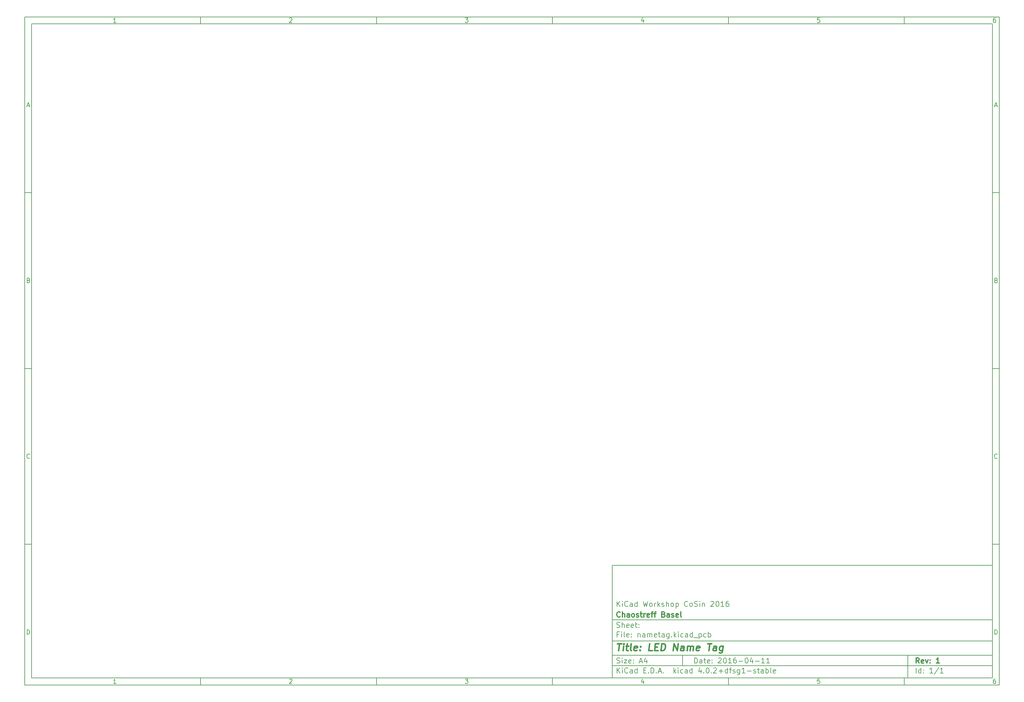
<source format=gbr>
G04 #@! TF.FileFunction,Drawing*
%FSLAX46Y46*%
G04 Gerber Fmt 4.6, Leading zero omitted, Abs format (unit mm)*
G04 Created by KiCad (PCBNEW 4.0.2+dfsg1-stable) date Fri 10 Jun 2016 09:08:50 CEST*
%MOMM*%
G01*
G04 APERTURE LIST*
%ADD10C,0.100000*%
%ADD11C,0.150000*%
%ADD12C,0.300000*%
%ADD13C,0.400000*%
G04 APERTURE END LIST*
D10*
D11*
X177002200Y-166007200D02*
X177002200Y-198007200D01*
X285002200Y-198007200D01*
X285002200Y-166007200D01*
X177002200Y-166007200D01*
D10*
D11*
X10000000Y-10000000D02*
X10000000Y-200007200D01*
X287002200Y-200007200D01*
X287002200Y-10000000D01*
X10000000Y-10000000D01*
D10*
D11*
X12000000Y-12000000D02*
X12000000Y-198007200D01*
X285002200Y-198007200D01*
X285002200Y-12000000D01*
X12000000Y-12000000D01*
D10*
D11*
X60000000Y-12000000D02*
X60000000Y-10000000D01*
D10*
D11*
X110000000Y-12000000D02*
X110000000Y-10000000D01*
D10*
D11*
X160000000Y-12000000D02*
X160000000Y-10000000D01*
D10*
D11*
X210000000Y-12000000D02*
X210000000Y-10000000D01*
D10*
D11*
X260000000Y-12000000D02*
X260000000Y-10000000D01*
D10*
D11*
X35990476Y-11588095D02*
X35247619Y-11588095D01*
X35619048Y-11588095D02*
X35619048Y-10288095D01*
X35495238Y-10473810D01*
X35371429Y-10597619D01*
X35247619Y-10659524D01*
D10*
D11*
X85247619Y-10411905D02*
X85309524Y-10350000D01*
X85433333Y-10288095D01*
X85742857Y-10288095D01*
X85866667Y-10350000D01*
X85928571Y-10411905D01*
X85990476Y-10535714D01*
X85990476Y-10659524D01*
X85928571Y-10845238D01*
X85185714Y-11588095D01*
X85990476Y-11588095D01*
D10*
D11*
X135185714Y-10288095D02*
X135990476Y-10288095D01*
X135557143Y-10783333D01*
X135742857Y-10783333D01*
X135866667Y-10845238D01*
X135928571Y-10907143D01*
X135990476Y-11030952D01*
X135990476Y-11340476D01*
X135928571Y-11464286D01*
X135866667Y-11526190D01*
X135742857Y-11588095D01*
X135371429Y-11588095D01*
X135247619Y-11526190D01*
X135185714Y-11464286D01*
D10*
D11*
X185866667Y-10721429D02*
X185866667Y-11588095D01*
X185557143Y-10226190D02*
X185247619Y-11154762D01*
X186052381Y-11154762D01*
D10*
D11*
X235928571Y-10288095D02*
X235309524Y-10288095D01*
X235247619Y-10907143D01*
X235309524Y-10845238D01*
X235433333Y-10783333D01*
X235742857Y-10783333D01*
X235866667Y-10845238D01*
X235928571Y-10907143D01*
X235990476Y-11030952D01*
X235990476Y-11340476D01*
X235928571Y-11464286D01*
X235866667Y-11526190D01*
X235742857Y-11588095D01*
X235433333Y-11588095D01*
X235309524Y-11526190D01*
X235247619Y-11464286D01*
D10*
D11*
X285866667Y-10288095D02*
X285619048Y-10288095D01*
X285495238Y-10350000D01*
X285433333Y-10411905D01*
X285309524Y-10597619D01*
X285247619Y-10845238D01*
X285247619Y-11340476D01*
X285309524Y-11464286D01*
X285371429Y-11526190D01*
X285495238Y-11588095D01*
X285742857Y-11588095D01*
X285866667Y-11526190D01*
X285928571Y-11464286D01*
X285990476Y-11340476D01*
X285990476Y-11030952D01*
X285928571Y-10907143D01*
X285866667Y-10845238D01*
X285742857Y-10783333D01*
X285495238Y-10783333D01*
X285371429Y-10845238D01*
X285309524Y-10907143D01*
X285247619Y-11030952D01*
D10*
D11*
X60000000Y-198007200D02*
X60000000Y-200007200D01*
D10*
D11*
X110000000Y-198007200D02*
X110000000Y-200007200D01*
D10*
D11*
X160000000Y-198007200D02*
X160000000Y-200007200D01*
D10*
D11*
X210000000Y-198007200D02*
X210000000Y-200007200D01*
D10*
D11*
X260000000Y-198007200D02*
X260000000Y-200007200D01*
D10*
D11*
X35990476Y-199595295D02*
X35247619Y-199595295D01*
X35619048Y-199595295D02*
X35619048Y-198295295D01*
X35495238Y-198481010D01*
X35371429Y-198604819D01*
X35247619Y-198666724D01*
D10*
D11*
X85247619Y-198419105D02*
X85309524Y-198357200D01*
X85433333Y-198295295D01*
X85742857Y-198295295D01*
X85866667Y-198357200D01*
X85928571Y-198419105D01*
X85990476Y-198542914D01*
X85990476Y-198666724D01*
X85928571Y-198852438D01*
X85185714Y-199595295D01*
X85990476Y-199595295D01*
D10*
D11*
X135185714Y-198295295D02*
X135990476Y-198295295D01*
X135557143Y-198790533D01*
X135742857Y-198790533D01*
X135866667Y-198852438D01*
X135928571Y-198914343D01*
X135990476Y-199038152D01*
X135990476Y-199347676D01*
X135928571Y-199471486D01*
X135866667Y-199533390D01*
X135742857Y-199595295D01*
X135371429Y-199595295D01*
X135247619Y-199533390D01*
X135185714Y-199471486D01*
D10*
D11*
X185866667Y-198728629D02*
X185866667Y-199595295D01*
X185557143Y-198233390D02*
X185247619Y-199161962D01*
X186052381Y-199161962D01*
D10*
D11*
X235928571Y-198295295D02*
X235309524Y-198295295D01*
X235247619Y-198914343D01*
X235309524Y-198852438D01*
X235433333Y-198790533D01*
X235742857Y-198790533D01*
X235866667Y-198852438D01*
X235928571Y-198914343D01*
X235990476Y-199038152D01*
X235990476Y-199347676D01*
X235928571Y-199471486D01*
X235866667Y-199533390D01*
X235742857Y-199595295D01*
X235433333Y-199595295D01*
X235309524Y-199533390D01*
X235247619Y-199471486D01*
D10*
D11*
X285866667Y-198295295D02*
X285619048Y-198295295D01*
X285495238Y-198357200D01*
X285433333Y-198419105D01*
X285309524Y-198604819D01*
X285247619Y-198852438D01*
X285247619Y-199347676D01*
X285309524Y-199471486D01*
X285371429Y-199533390D01*
X285495238Y-199595295D01*
X285742857Y-199595295D01*
X285866667Y-199533390D01*
X285928571Y-199471486D01*
X285990476Y-199347676D01*
X285990476Y-199038152D01*
X285928571Y-198914343D01*
X285866667Y-198852438D01*
X285742857Y-198790533D01*
X285495238Y-198790533D01*
X285371429Y-198852438D01*
X285309524Y-198914343D01*
X285247619Y-199038152D01*
D10*
D11*
X10000000Y-60000000D02*
X12000000Y-60000000D01*
D10*
D11*
X10000000Y-110000000D02*
X12000000Y-110000000D01*
D10*
D11*
X10000000Y-160000000D02*
X12000000Y-160000000D01*
D10*
D11*
X10690476Y-35216667D02*
X11309524Y-35216667D01*
X10566667Y-35588095D02*
X11000000Y-34288095D01*
X11433333Y-35588095D01*
D10*
D11*
X11092857Y-84907143D02*
X11278571Y-84969048D01*
X11340476Y-85030952D01*
X11402381Y-85154762D01*
X11402381Y-85340476D01*
X11340476Y-85464286D01*
X11278571Y-85526190D01*
X11154762Y-85588095D01*
X10659524Y-85588095D01*
X10659524Y-84288095D01*
X11092857Y-84288095D01*
X11216667Y-84350000D01*
X11278571Y-84411905D01*
X11340476Y-84535714D01*
X11340476Y-84659524D01*
X11278571Y-84783333D01*
X11216667Y-84845238D01*
X11092857Y-84907143D01*
X10659524Y-84907143D01*
D10*
D11*
X11402381Y-135464286D02*
X11340476Y-135526190D01*
X11154762Y-135588095D01*
X11030952Y-135588095D01*
X10845238Y-135526190D01*
X10721429Y-135402381D01*
X10659524Y-135278571D01*
X10597619Y-135030952D01*
X10597619Y-134845238D01*
X10659524Y-134597619D01*
X10721429Y-134473810D01*
X10845238Y-134350000D01*
X11030952Y-134288095D01*
X11154762Y-134288095D01*
X11340476Y-134350000D01*
X11402381Y-134411905D01*
D10*
D11*
X10659524Y-185588095D02*
X10659524Y-184288095D01*
X10969048Y-184288095D01*
X11154762Y-184350000D01*
X11278571Y-184473810D01*
X11340476Y-184597619D01*
X11402381Y-184845238D01*
X11402381Y-185030952D01*
X11340476Y-185278571D01*
X11278571Y-185402381D01*
X11154762Y-185526190D01*
X10969048Y-185588095D01*
X10659524Y-185588095D01*
D10*
D11*
X287002200Y-60000000D02*
X285002200Y-60000000D01*
D10*
D11*
X287002200Y-110000000D02*
X285002200Y-110000000D01*
D10*
D11*
X287002200Y-160000000D02*
X285002200Y-160000000D01*
D10*
D11*
X285692676Y-35216667D02*
X286311724Y-35216667D01*
X285568867Y-35588095D02*
X286002200Y-34288095D01*
X286435533Y-35588095D01*
D10*
D11*
X286095057Y-84907143D02*
X286280771Y-84969048D01*
X286342676Y-85030952D01*
X286404581Y-85154762D01*
X286404581Y-85340476D01*
X286342676Y-85464286D01*
X286280771Y-85526190D01*
X286156962Y-85588095D01*
X285661724Y-85588095D01*
X285661724Y-84288095D01*
X286095057Y-84288095D01*
X286218867Y-84350000D01*
X286280771Y-84411905D01*
X286342676Y-84535714D01*
X286342676Y-84659524D01*
X286280771Y-84783333D01*
X286218867Y-84845238D01*
X286095057Y-84907143D01*
X285661724Y-84907143D01*
D10*
D11*
X286404581Y-135464286D02*
X286342676Y-135526190D01*
X286156962Y-135588095D01*
X286033152Y-135588095D01*
X285847438Y-135526190D01*
X285723629Y-135402381D01*
X285661724Y-135278571D01*
X285599819Y-135030952D01*
X285599819Y-134845238D01*
X285661724Y-134597619D01*
X285723629Y-134473810D01*
X285847438Y-134350000D01*
X286033152Y-134288095D01*
X286156962Y-134288095D01*
X286342676Y-134350000D01*
X286404581Y-134411905D01*
D10*
D11*
X285661724Y-185588095D02*
X285661724Y-184288095D01*
X285971248Y-184288095D01*
X286156962Y-184350000D01*
X286280771Y-184473810D01*
X286342676Y-184597619D01*
X286404581Y-184845238D01*
X286404581Y-185030952D01*
X286342676Y-185278571D01*
X286280771Y-185402381D01*
X286156962Y-185526190D01*
X285971248Y-185588095D01*
X285661724Y-185588095D01*
D10*
D11*
X200359343Y-193785771D02*
X200359343Y-192285771D01*
X200716486Y-192285771D01*
X200930771Y-192357200D01*
X201073629Y-192500057D01*
X201145057Y-192642914D01*
X201216486Y-192928629D01*
X201216486Y-193142914D01*
X201145057Y-193428629D01*
X201073629Y-193571486D01*
X200930771Y-193714343D01*
X200716486Y-193785771D01*
X200359343Y-193785771D01*
X202502200Y-193785771D02*
X202502200Y-193000057D01*
X202430771Y-192857200D01*
X202287914Y-192785771D01*
X202002200Y-192785771D01*
X201859343Y-192857200D01*
X202502200Y-193714343D02*
X202359343Y-193785771D01*
X202002200Y-193785771D01*
X201859343Y-193714343D01*
X201787914Y-193571486D01*
X201787914Y-193428629D01*
X201859343Y-193285771D01*
X202002200Y-193214343D01*
X202359343Y-193214343D01*
X202502200Y-193142914D01*
X203002200Y-192785771D02*
X203573629Y-192785771D01*
X203216486Y-192285771D02*
X203216486Y-193571486D01*
X203287914Y-193714343D01*
X203430772Y-193785771D01*
X203573629Y-193785771D01*
X204645057Y-193714343D02*
X204502200Y-193785771D01*
X204216486Y-193785771D01*
X204073629Y-193714343D01*
X204002200Y-193571486D01*
X204002200Y-193000057D01*
X204073629Y-192857200D01*
X204216486Y-192785771D01*
X204502200Y-192785771D01*
X204645057Y-192857200D01*
X204716486Y-193000057D01*
X204716486Y-193142914D01*
X204002200Y-193285771D01*
X205359343Y-193642914D02*
X205430771Y-193714343D01*
X205359343Y-193785771D01*
X205287914Y-193714343D01*
X205359343Y-193642914D01*
X205359343Y-193785771D01*
X205359343Y-192857200D02*
X205430771Y-192928629D01*
X205359343Y-193000057D01*
X205287914Y-192928629D01*
X205359343Y-192857200D01*
X205359343Y-193000057D01*
X207145057Y-192428629D02*
X207216486Y-192357200D01*
X207359343Y-192285771D01*
X207716486Y-192285771D01*
X207859343Y-192357200D01*
X207930772Y-192428629D01*
X208002200Y-192571486D01*
X208002200Y-192714343D01*
X207930772Y-192928629D01*
X207073629Y-193785771D01*
X208002200Y-193785771D01*
X208930771Y-192285771D02*
X209073628Y-192285771D01*
X209216485Y-192357200D01*
X209287914Y-192428629D01*
X209359343Y-192571486D01*
X209430771Y-192857200D01*
X209430771Y-193214343D01*
X209359343Y-193500057D01*
X209287914Y-193642914D01*
X209216485Y-193714343D01*
X209073628Y-193785771D01*
X208930771Y-193785771D01*
X208787914Y-193714343D01*
X208716485Y-193642914D01*
X208645057Y-193500057D01*
X208573628Y-193214343D01*
X208573628Y-192857200D01*
X208645057Y-192571486D01*
X208716485Y-192428629D01*
X208787914Y-192357200D01*
X208930771Y-192285771D01*
X210859342Y-193785771D02*
X210002199Y-193785771D01*
X210430771Y-193785771D02*
X210430771Y-192285771D01*
X210287914Y-192500057D01*
X210145056Y-192642914D01*
X210002199Y-192714343D01*
X212145056Y-192285771D02*
X211859342Y-192285771D01*
X211716485Y-192357200D01*
X211645056Y-192428629D01*
X211502199Y-192642914D01*
X211430770Y-192928629D01*
X211430770Y-193500057D01*
X211502199Y-193642914D01*
X211573627Y-193714343D01*
X211716485Y-193785771D01*
X212002199Y-193785771D01*
X212145056Y-193714343D01*
X212216485Y-193642914D01*
X212287913Y-193500057D01*
X212287913Y-193142914D01*
X212216485Y-193000057D01*
X212145056Y-192928629D01*
X212002199Y-192857200D01*
X211716485Y-192857200D01*
X211573627Y-192928629D01*
X211502199Y-193000057D01*
X211430770Y-193142914D01*
X212930770Y-193214343D02*
X214073627Y-193214343D01*
X215073627Y-192285771D02*
X215216484Y-192285771D01*
X215359341Y-192357200D01*
X215430770Y-192428629D01*
X215502199Y-192571486D01*
X215573627Y-192857200D01*
X215573627Y-193214343D01*
X215502199Y-193500057D01*
X215430770Y-193642914D01*
X215359341Y-193714343D01*
X215216484Y-193785771D01*
X215073627Y-193785771D01*
X214930770Y-193714343D01*
X214859341Y-193642914D01*
X214787913Y-193500057D01*
X214716484Y-193214343D01*
X214716484Y-192857200D01*
X214787913Y-192571486D01*
X214859341Y-192428629D01*
X214930770Y-192357200D01*
X215073627Y-192285771D01*
X216859341Y-192785771D02*
X216859341Y-193785771D01*
X216502198Y-192214343D02*
X216145055Y-193285771D01*
X217073627Y-193285771D01*
X217645055Y-193214343D02*
X218787912Y-193214343D01*
X220287912Y-193785771D02*
X219430769Y-193785771D01*
X219859341Y-193785771D02*
X219859341Y-192285771D01*
X219716484Y-192500057D01*
X219573626Y-192642914D01*
X219430769Y-192714343D01*
X221716483Y-193785771D02*
X220859340Y-193785771D01*
X221287912Y-193785771D02*
X221287912Y-192285771D01*
X221145055Y-192500057D01*
X221002197Y-192642914D01*
X220859340Y-192714343D01*
D10*
D11*
X177002200Y-194507200D02*
X285002200Y-194507200D01*
D10*
D11*
X178359343Y-196585771D02*
X178359343Y-195085771D01*
X179216486Y-196585771D02*
X178573629Y-195728629D01*
X179216486Y-195085771D02*
X178359343Y-195942914D01*
X179859343Y-196585771D02*
X179859343Y-195585771D01*
X179859343Y-195085771D02*
X179787914Y-195157200D01*
X179859343Y-195228629D01*
X179930771Y-195157200D01*
X179859343Y-195085771D01*
X179859343Y-195228629D01*
X181430772Y-196442914D02*
X181359343Y-196514343D01*
X181145057Y-196585771D01*
X181002200Y-196585771D01*
X180787915Y-196514343D01*
X180645057Y-196371486D01*
X180573629Y-196228629D01*
X180502200Y-195942914D01*
X180502200Y-195728629D01*
X180573629Y-195442914D01*
X180645057Y-195300057D01*
X180787915Y-195157200D01*
X181002200Y-195085771D01*
X181145057Y-195085771D01*
X181359343Y-195157200D01*
X181430772Y-195228629D01*
X182716486Y-196585771D02*
X182716486Y-195800057D01*
X182645057Y-195657200D01*
X182502200Y-195585771D01*
X182216486Y-195585771D01*
X182073629Y-195657200D01*
X182716486Y-196514343D02*
X182573629Y-196585771D01*
X182216486Y-196585771D01*
X182073629Y-196514343D01*
X182002200Y-196371486D01*
X182002200Y-196228629D01*
X182073629Y-196085771D01*
X182216486Y-196014343D01*
X182573629Y-196014343D01*
X182716486Y-195942914D01*
X184073629Y-196585771D02*
X184073629Y-195085771D01*
X184073629Y-196514343D02*
X183930772Y-196585771D01*
X183645058Y-196585771D01*
X183502200Y-196514343D01*
X183430772Y-196442914D01*
X183359343Y-196300057D01*
X183359343Y-195871486D01*
X183430772Y-195728629D01*
X183502200Y-195657200D01*
X183645058Y-195585771D01*
X183930772Y-195585771D01*
X184073629Y-195657200D01*
X185930772Y-195800057D02*
X186430772Y-195800057D01*
X186645058Y-196585771D02*
X185930772Y-196585771D01*
X185930772Y-195085771D01*
X186645058Y-195085771D01*
X187287915Y-196442914D02*
X187359343Y-196514343D01*
X187287915Y-196585771D01*
X187216486Y-196514343D01*
X187287915Y-196442914D01*
X187287915Y-196585771D01*
X188002201Y-196585771D02*
X188002201Y-195085771D01*
X188359344Y-195085771D01*
X188573629Y-195157200D01*
X188716487Y-195300057D01*
X188787915Y-195442914D01*
X188859344Y-195728629D01*
X188859344Y-195942914D01*
X188787915Y-196228629D01*
X188716487Y-196371486D01*
X188573629Y-196514343D01*
X188359344Y-196585771D01*
X188002201Y-196585771D01*
X189502201Y-196442914D02*
X189573629Y-196514343D01*
X189502201Y-196585771D01*
X189430772Y-196514343D01*
X189502201Y-196442914D01*
X189502201Y-196585771D01*
X190145058Y-196157200D02*
X190859344Y-196157200D01*
X190002201Y-196585771D02*
X190502201Y-195085771D01*
X191002201Y-196585771D01*
X191502201Y-196442914D02*
X191573629Y-196514343D01*
X191502201Y-196585771D01*
X191430772Y-196514343D01*
X191502201Y-196442914D01*
X191502201Y-196585771D01*
X194502201Y-196585771D02*
X194502201Y-195085771D01*
X194645058Y-196014343D02*
X195073629Y-196585771D01*
X195073629Y-195585771D02*
X194502201Y-196157200D01*
X195716487Y-196585771D02*
X195716487Y-195585771D01*
X195716487Y-195085771D02*
X195645058Y-195157200D01*
X195716487Y-195228629D01*
X195787915Y-195157200D01*
X195716487Y-195085771D01*
X195716487Y-195228629D01*
X197073630Y-196514343D02*
X196930773Y-196585771D01*
X196645059Y-196585771D01*
X196502201Y-196514343D01*
X196430773Y-196442914D01*
X196359344Y-196300057D01*
X196359344Y-195871486D01*
X196430773Y-195728629D01*
X196502201Y-195657200D01*
X196645059Y-195585771D01*
X196930773Y-195585771D01*
X197073630Y-195657200D01*
X198359344Y-196585771D02*
X198359344Y-195800057D01*
X198287915Y-195657200D01*
X198145058Y-195585771D01*
X197859344Y-195585771D01*
X197716487Y-195657200D01*
X198359344Y-196514343D02*
X198216487Y-196585771D01*
X197859344Y-196585771D01*
X197716487Y-196514343D01*
X197645058Y-196371486D01*
X197645058Y-196228629D01*
X197716487Y-196085771D01*
X197859344Y-196014343D01*
X198216487Y-196014343D01*
X198359344Y-195942914D01*
X199716487Y-196585771D02*
X199716487Y-195085771D01*
X199716487Y-196514343D02*
X199573630Y-196585771D01*
X199287916Y-196585771D01*
X199145058Y-196514343D01*
X199073630Y-196442914D01*
X199002201Y-196300057D01*
X199002201Y-195871486D01*
X199073630Y-195728629D01*
X199145058Y-195657200D01*
X199287916Y-195585771D01*
X199573630Y-195585771D01*
X199716487Y-195657200D01*
X202216487Y-195585771D02*
X202216487Y-196585771D01*
X201859344Y-195014343D02*
X201502201Y-196085771D01*
X202430773Y-196085771D01*
X203002201Y-196442914D02*
X203073629Y-196514343D01*
X203002201Y-196585771D01*
X202930772Y-196514343D01*
X203002201Y-196442914D01*
X203002201Y-196585771D01*
X204002201Y-195085771D02*
X204145058Y-195085771D01*
X204287915Y-195157200D01*
X204359344Y-195228629D01*
X204430773Y-195371486D01*
X204502201Y-195657200D01*
X204502201Y-196014343D01*
X204430773Y-196300057D01*
X204359344Y-196442914D01*
X204287915Y-196514343D01*
X204145058Y-196585771D01*
X204002201Y-196585771D01*
X203859344Y-196514343D01*
X203787915Y-196442914D01*
X203716487Y-196300057D01*
X203645058Y-196014343D01*
X203645058Y-195657200D01*
X203716487Y-195371486D01*
X203787915Y-195228629D01*
X203859344Y-195157200D01*
X204002201Y-195085771D01*
X205145058Y-196442914D02*
X205216486Y-196514343D01*
X205145058Y-196585771D01*
X205073629Y-196514343D01*
X205145058Y-196442914D01*
X205145058Y-196585771D01*
X205787915Y-195228629D02*
X205859344Y-195157200D01*
X206002201Y-195085771D01*
X206359344Y-195085771D01*
X206502201Y-195157200D01*
X206573630Y-195228629D01*
X206645058Y-195371486D01*
X206645058Y-195514343D01*
X206573630Y-195728629D01*
X205716487Y-196585771D01*
X206645058Y-196585771D01*
X207287915Y-196014343D02*
X208430772Y-196014343D01*
X207859343Y-196585771D02*
X207859343Y-195442914D01*
X209787915Y-196585771D02*
X209787915Y-195085771D01*
X209787915Y-196514343D02*
X209645058Y-196585771D01*
X209359344Y-196585771D01*
X209216486Y-196514343D01*
X209145058Y-196442914D01*
X209073629Y-196300057D01*
X209073629Y-195871486D01*
X209145058Y-195728629D01*
X209216486Y-195657200D01*
X209359344Y-195585771D01*
X209645058Y-195585771D01*
X209787915Y-195657200D01*
X210287915Y-195585771D02*
X210859344Y-195585771D01*
X210502201Y-196585771D02*
X210502201Y-195300057D01*
X210573629Y-195157200D01*
X210716487Y-195085771D01*
X210859344Y-195085771D01*
X211287915Y-196514343D02*
X211430772Y-196585771D01*
X211716487Y-196585771D01*
X211859344Y-196514343D01*
X211930772Y-196371486D01*
X211930772Y-196300057D01*
X211859344Y-196157200D01*
X211716487Y-196085771D01*
X211502201Y-196085771D01*
X211359344Y-196014343D01*
X211287915Y-195871486D01*
X211287915Y-195800057D01*
X211359344Y-195657200D01*
X211502201Y-195585771D01*
X211716487Y-195585771D01*
X211859344Y-195657200D01*
X213216487Y-195585771D02*
X213216487Y-196800057D01*
X213145058Y-196942914D01*
X213073630Y-197014343D01*
X212930773Y-197085771D01*
X212716487Y-197085771D01*
X212573630Y-197014343D01*
X213216487Y-196514343D02*
X213073630Y-196585771D01*
X212787916Y-196585771D01*
X212645058Y-196514343D01*
X212573630Y-196442914D01*
X212502201Y-196300057D01*
X212502201Y-195871486D01*
X212573630Y-195728629D01*
X212645058Y-195657200D01*
X212787916Y-195585771D01*
X213073630Y-195585771D01*
X213216487Y-195657200D01*
X214716487Y-196585771D02*
X213859344Y-196585771D01*
X214287916Y-196585771D02*
X214287916Y-195085771D01*
X214145059Y-195300057D01*
X214002201Y-195442914D01*
X213859344Y-195514343D01*
X215359344Y-196014343D02*
X216502201Y-196014343D01*
X217145058Y-196514343D02*
X217287915Y-196585771D01*
X217573630Y-196585771D01*
X217716487Y-196514343D01*
X217787915Y-196371486D01*
X217787915Y-196300057D01*
X217716487Y-196157200D01*
X217573630Y-196085771D01*
X217359344Y-196085771D01*
X217216487Y-196014343D01*
X217145058Y-195871486D01*
X217145058Y-195800057D01*
X217216487Y-195657200D01*
X217359344Y-195585771D01*
X217573630Y-195585771D01*
X217716487Y-195657200D01*
X218216487Y-195585771D02*
X218787916Y-195585771D01*
X218430773Y-195085771D02*
X218430773Y-196371486D01*
X218502201Y-196514343D01*
X218645059Y-196585771D01*
X218787916Y-196585771D01*
X219930773Y-196585771D02*
X219930773Y-195800057D01*
X219859344Y-195657200D01*
X219716487Y-195585771D01*
X219430773Y-195585771D01*
X219287916Y-195657200D01*
X219930773Y-196514343D02*
X219787916Y-196585771D01*
X219430773Y-196585771D01*
X219287916Y-196514343D01*
X219216487Y-196371486D01*
X219216487Y-196228629D01*
X219287916Y-196085771D01*
X219430773Y-196014343D01*
X219787916Y-196014343D01*
X219930773Y-195942914D01*
X220645059Y-196585771D02*
X220645059Y-195085771D01*
X220645059Y-195657200D02*
X220787916Y-195585771D01*
X221073630Y-195585771D01*
X221216487Y-195657200D01*
X221287916Y-195728629D01*
X221359345Y-195871486D01*
X221359345Y-196300057D01*
X221287916Y-196442914D01*
X221216487Y-196514343D01*
X221073630Y-196585771D01*
X220787916Y-196585771D01*
X220645059Y-196514343D01*
X222216488Y-196585771D02*
X222073630Y-196514343D01*
X222002202Y-196371486D01*
X222002202Y-195085771D01*
X223359344Y-196514343D02*
X223216487Y-196585771D01*
X222930773Y-196585771D01*
X222787916Y-196514343D01*
X222716487Y-196371486D01*
X222716487Y-195800057D01*
X222787916Y-195657200D01*
X222930773Y-195585771D01*
X223216487Y-195585771D01*
X223359344Y-195657200D01*
X223430773Y-195800057D01*
X223430773Y-195942914D01*
X222716487Y-196085771D01*
D10*
D11*
X177002200Y-191507200D02*
X285002200Y-191507200D01*
D10*
D12*
X264216486Y-193785771D02*
X263716486Y-193071486D01*
X263359343Y-193785771D02*
X263359343Y-192285771D01*
X263930771Y-192285771D01*
X264073629Y-192357200D01*
X264145057Y-192428629D01*
X264216486Y-192571486D01*
X264216486Y-192785771D01*
X264145057Y-192928629D01*
X264073629Y-193000057D01*
X263930771Y-193071486D01*
X263359343Y-193071486D01*
X265430771Y-193714343D02*
X265287914Y-193785771D01*
X265002200Y-193785771D01*
X264859343Y-193714343D01*
X264787914Y-193571486D01*
X264787914Y-193000057D01*
X264859343Y-192857200D01*
X265002200Y-192785771D01*
X265287914Y-192785771D01*
X265430771Y-192857200D01*
X265502200Y-193000057D01*
X265502200Y-193142914D01*
X264787914Y-193285771D01*
X266002200Y-192785771D02*
X266359343Y-193785771D01*
X266716485Y-192785771D01*
X267287914Y-193642914D02*
X267359342Y-193714343D01*
X267287914Y-193785771D01*
X267216485Y-193714343D01*
X267287914Y-193642914D01*
X267287914Y-193785771D01*
X267287914Y-192857200D02*
X267359342Y-192928629D01*
X267287914Y-193000057D01*
X267216485Y-192928629D01*
X267287914Y-192857200D01*
X267287914Y-193000057D01*
X269930771Y-193785771D02*
X269073628Y-193785771D01*
X269502200Y-193785771D02*
X269502200Y-192285771D01*
X269359343Y-192500057D01*
X269216485Y-192642914D01*
X269073628Y-192714343D01*
D10*
D11*
X178287914Y-193714343D02*
X178502200Y-193785771D01*
X178859343Y-193785771D01*
X179002200Y-193714343D01*
X179073629Y-193642914D01*
X179145057Y-193500057D01*
X179145057Y-193357200D01*
X179073629Y-193214343D01*
X179002200Y-193142914D01*
X178859343Y-193071486D01*
X178573629Y-193000057D01*
X178430771Y-192928629D01*
X178359343Y-192857200D01*
X178287914Y-192714343D01*
X178287914Y-192571486D01*
X178359343Y-192428629D01*
X178430771Y-192357200D01*
X178573629Y-192285771D01*
X178930771Y-192285771D01*
X179145057Y-192357200D01*
X179787914Y-193785771D02*
X179787914Y-192785771D01*
X179787914Y-192285771D02*
X179716485Y-192357200D01*
X179787914Y-192428629D01*
X179859342Y-192357200D01*
X179787914Y-192285771D01*
X179787914Y-192428629D01*
X180359343Y-192785771D02*
X181145057Y-192785771D01*
X180359343Y-193785771D01*
X181145057Y-193785771D01*
X182287914Y-193714343D02*
X182145057Y-193785771D01*
X181859343Y-193785771D01*
X181716486Y-193714343D01*
X181645057Y-193571486D01*
X181645057Y-193000057D01*
X181716486Y-192857200D01*
X181859343Y-192785771D01*
X182145057Y-192785771D01*
X182287914Y-192857200D01*
X182359343Y-193000057D01*
X182359343Y-193142914D01*
X181645057Y-193285771D01*
X183002200Y-193642914D02*
X183073628Y-193714343D01*
X183002200Y-193785771D01*
X182930771Y-193714343D01*
X183002200Y-193642914D01*
X183002200Y-193785771D01*
X183002200Y-192857200D02*
X183073628Y-192928629D01*
X183002200Y-193000057D01*
X182930771Y-192928629D01*
X183002200Y-192857200D01*
X183002200Y-193000057D01*
X184787914Y-193357200D02*
X185502200Y-193357200D01*
X184645057Y-193785771D02*
X185145057Y-192285771D01*
X185645057Y-193785771D01*
X186787914Y-192785771D02*
X186787914Y-193785771D01*
X186430771Y-192214343D02*
X186073628Y-193285771D01*
X187002200Y-193285771D01*
D10*
D11*
X263359343Y-196585771D02*
X263359343Y-195085771D01*
X264716486Y-196585771D02*
X264716486Y-195085771D01*
X264716486Y-196514343D02*
X264573629Y-196585771D01*
X264287915Y-196585771D01*
X264145057Y-196514343D01*
X264073629Y-196442914D01*
X264002200Y-196300057D01*
X264002200Y-195871486D01*
X264073629Y-195728629D01*
X264145057Y-195657200D01*
X264287915Y-195585771D01*
X264573629Y-195585771D01*
X264716486Y-195657200D01*
X265430772Y-196442914D02*
X265502200Y-196514343D01*
X265430772Y-196585771D01*
X265359343Y-196514343D01*
X265430772Y-196442914D01*
X265430772Y-196585771D01*
X265430772Y-195657200D02*
X265502200Y-195728629D01*
X265430772Y-195800057D01*
X265359343Y-195728629D01*
X265430772Y-195657200D01*
X265430772Y-195800057D01*
X268073629Y-196585771D02*
X267216486Y-196585771D01*
X267645058Y-196585771D02*
X267645058Y-195085771D01*
X267502201Y-195300057D01*
X267359343Y-195442914D01*
X267216486Y-195514343D01*
X269787914Y-195014343D02*
X268502200Y-196942914D01*
X271073629Y-196585771D02*
X270216486Y-196585771D01*
X270645058Y-196585771D02*
X270645058Y-195085771D01*
X270502201Y-195300057D01*
X270359343Y-195442914D01*
X270216486Y-195514343D01*
D10*
D11*
X177002200Y-187507200D02*
X285002200Y-187507200D01*
D10*
D13*
X178454581Y-188211962D02*
X179597438Y-188211962D01*
X178776010Y-190211962D02*
X179026010Y-188211962D01*
X180014105Y-190211962D02*
X180180771Y-188878629D01*
X180264105Y-188211962D02*
X180156962Y-188307200D01*
X180240295Y-188402438D01*
X180347439Y-188307200D01*
X180264105Y-188211962D01*
X180240295Y-188402438D01*
X180847438Y-188878629D02*
X181609343Y-188878629D01*
X181216486Y-188211962D02*
X181002200Y-189926248D01*
X181073630Y-190116724D01*
X181252201Y-190211962D01*
X181442677Y-190211962D01*
X182395058Y-190211962D02*
X182216487Y-190116724D01*
X182145057Y-189926248D01*
X182359343Y-188211962D01*
X183930772Y-190116724D02*
X183728391Y-190211962D01*
X183347439Y-190211962D01*
X183168867Y-190116724D01*
X183097438Y-189926248D01*
X183192676Y-189164343D01*
X183311724Y-188973867D01*
X183514105Y-188878629D01*
X183895057Y-188878629D01*
X184073629Y-188973867D01*
X184145057Y-189164343D01*
X184121248Y-189354819D01*
X183145057Y-189545295D01*
X184895057Y-190021486D02*
X184978392Y-190116724D01*
X184871248Y-190211962D01*
X184787915Y-190116724D01*
X184895057Y-190021486D01*
X184871248Y-190211962D01*
X185026010Y-188973867D02*
X185109344Y-189069105D01*
X185002200Y-189164343D01*
X184918867Y-189069105D01*
X185026010Y-188973867D01*
X185002200Y-189164343D01*
X188299820Y-190211962D02*
X187347439Y-190211962D01*
X187597439Y-188211962D01*
X189097439Y-189164343D02*
X189764106Y-189164343D01*
X189918868Y-190211962D02*
X188966487Y-190211962D01*
X189216487Y-188211962D01*
X190168868Y-188211962D01*
X190776011Y-190211962D02*
X191026011Y-188211962D01*
X191502202Y-188211962D01*
X191776011Y-188307200D01*
X191942678Y-188497676D01*
X192014107Y-188688152D01*
X192061726Y-189069105D01*
X192026012Y-189354819D01*
X191883155Y-189735771D01*
X191764106Y-189926248D01*
X191549821Y-190116724D01*
X191252202Y-190211962D01*
X190776011Y-190211962D01*
X194299821Y-190211962D02*
X194549821Y-188211962D01*
X195442679Y-190211962D01*
X195692679Y-188211962D01*
X197252202Y-190211962D02*
X197383154Y-189164343D01*
X197311726Y-188973867D01*
X197133154Y-188878629D01*
X196752202Y-188878629D01*
X196549821Y-188973867D01*
X197264107Y-190116724D02*
X197061726Y-190211962D01*
X196585536Y-190211962D01*
X196406964Y-190116724D01*
X196335535Y-189926248D01*
X196359345Y-189735771D01*
X196478392Y-189545295D01*
X196680774Y-189450057D01*
X197156964Y-189450057D01*
X197359345Y-189354819D01*
X198204583Y-190211962D02*
X198371249Y-188878629D01*
X198347440Y-189069105D02*
X198454584Y-188973867D01*
X198656964Y-188878629D01*
X198942678Y-188878629D01*
X199121250Y-188973867D01*
X199192678Y-189164343D01*
X199061726Y-190211962D01*
X199192678Y-189164343D02*
X199311726Y-188973867D01*
X199514107Y-188878629D01*
X199799821Y-188878629D01*
X199978393Y-188973867D01*
X200049821Y-189164343D01*
X199918869Y-190211962D01*
X201645060Y-190116724D02*
X201442679Y-190211962D01*
X201061727Y-190211962D01*
X200883155Y-190116724D01*
X200811726Y-189926248D01*
X200906964Y-189164343D01*
X201026012Y-188973867D01*
X201228393Y-188878629D01*
X201609345Y-188878629D01*
X201787917Y-188973867D01*
X201859345Y-189164343D01*
X201835536Y-189354819D01*
X200859345Y-189545295D01*
X204073632Y-188211962D02*
X205216489Y-188211962D01*
X204395061Y-190211962D02*
X204645061Y-188211962D01*
X206490299Y-190211962D02*
X206621251Y-189164343D01*
X206549823Y-188973867D01*
X206371251Y-188878629D01*
X205990299Y-188878629D01*
X205787918Y-188973867D01*
X206502204Y-190116724D02*
X206299823Y-190211962D01*
X205823633Y-190211962D01*
X205645061Y-190116724D01*
X205573632Y-189926248D01*
X205597442Y-189735771D01*
X205716489Y-189545295D01*
X205918871Y-189450057D01*
X206395061Y-189450057D01*
X206597442Y-189354819D01*
X208466489Y-188878629D02*
X208264108Y-190497676D01*
X208145061Y-190688152D01*
X208037918Y-190783390D01*
X207835537Y-190878629D01*
X207549823Y-190878629D01*
X207371251Y-190783390D01*
X208311728Y-190116724D02*
X208109347Y-190211962D01*
X207728395Y-190211962D01*
X207549824Y-190116724D01*
X207466489Y-190021486D01*
X207395061Y-189831010D01*
X207466489Y-189259581D01*
X207585537Y-189069105D01*
X207692681Y-188973867D01*
X207895061Y-188878629D01*
X208276013Y-188878629D01*
X208454585Y-188973867D01*
D10*
D11*
X178859343Y-185600057D02*
X178359343Y-185600057D01*
X178359343Y-186385771D02*
X178359343Y-184885771D01*
X179073629Y-184885771D01*
X179645057Y-186385771D02*
X179645057Y-185385771D01*
X179645057Y-184885771D02*
X179573628Y-184957200D01*
X179645057Y-185028629D01*
X179716485Y-184957200D01*
X179645057Y-184885771D01*
X179645057Y-185028629D01*
X180573629Y-186385771D02*
X180430771Y-186314343D01*
X180359343Y-186171486D01*
X180359343Y-184885771D01*
X181716485Y-186314343D02*
X181573628Y-186385771D01*
X181287914Y-186385771D01*
X181145057Y-186314343D01*
X181073628Y-186171486D01*
X181073628Y-185600057D01*
X181145057Y-185457200D01*
X181287914Y-185385771D01*
X181573628Y-185385771D01*
X181716485Y-185457200D01*
X181787914Y-185600057D01*
X181787914Y-185742914D01*
X181073628Y-185885771D01*
X182430771Y-186242914D02*
X182502199Y-186314343D01*
X182430771Y-186385771D01*
X182359342Y-186314343D01*
X182430771Y-186242914D01*
X182430771Y-186385771D01*
X182430771Y-185457200D02*
X182502199Y-185528629D01*
X182430771Y-185600057D01*
X182359342Y-185528629D01*
X182430771Y-185457200D01*
X182430771Y-185600057D01*
X184287914Y-185385771D02*
X184287914Y-186385771D01*
X184287914Y-185528629D02*
X184359342Y-185457200D01*
X184502200Y-185385771D01*
X184716485Y-185385771D01*
X184859342Y-185457200D01*
X184930771Y-185600057D01*
X184930771Y-186385771D01*
X186287914Y-186385771D02*
X186287914Y-185600057D01*
X186216485Y-185457200D01*
X186073628Y-185385771D01*
X185787914Y-185385771D01*
X185645057Y-185457200D01*
X186287914Y-186314343D02*
X186145057Y-186385771D01*
X185787914Y-186385771D01*
X185645057Y-186314343D01*
X185573628Y-186171486D01*
X185573628Y-186028629D01*
X185645057Y-185885771D01*
X185787914Y-185814343D01*
X186145057Y-185814343D01*
X186287914Y-185742914D01*
X187002200Y-186385771D02*
X187002200Y-185385771D01*
X187002200Y-185528629D02*
X187073628Y-185457200D01*
X187216486Y-185385771D01*
X187430771Y-185385771D01*
X187573628Y-185457200D01*
X187645057Y-185600057D01*
X187645057Y-186385771D01*
X187645057Y-185600057D02*
X187716486Y-185457200D01*
X187859343Y-185385771D01*
X188073628Y-185385771D01*
X188216486Y-185457200D01*
X188287914Y-185600057D01*
X188287914Y-186385771D01*
X189573628Y-186314343D02*
X189430771Y-186385771D01*
X189145057Y-186385771D01*
X189002200Y-186314343D01*
X188930771Y-186171486D01*
X188930771Y-185600057D01*
X189002200Y-185457200D01*
X189145057Y-185385771D01*
X189430771Y-185385771D01*
X189573628Y-185457200D01*
X189645057Y-185600057D01*
X189645057Y-185742914D01*
X188930771Y-185885771D01*
X190073628Y-185385771D02*
X190645057Y-185385771D01*
X190287914Y-184885771D02*
X190287914Y-186171486D01*
X190359342Y-186314343D01*
X190502200Y-186385771D01*
X190645057Y-186385771D01*
X191787914Y-186385771D02*
X191787914Y-185600057D01*
X191716485Y-185457200D01*
X191573628Y-185385771D01*
X191287914Y-185385771D01*
X191145057Y-185457200D01*
X191787914Y-186314343D02*
X191645057Y-186385771D01*
X191287914Y-186385771D01*
X191145057Y-186314343D01*
X191073628Y-186171486D01*
X191073628Y-186028629D01*
X191145057Y-185885771D01*
X191287914Y-185814343D01*
X191645057Y-185814343D01*
X191787914Y-185742914D01*
X193145057Y-185385771D02*
X193145057Y-186600057D01*
X193073628Y-186742914D01*
X193002200Y-186814343D01*
X192859343Y-186885771D01*
X192645057Y-186885771D01*
X192502200Y-186814343D01*
X193145057Y-186314343D02*
X193002200Y-186385771D01*
X192716486Y-186385771D01*
X192573628Y-186314343D01*
X192502200Y-186242914D01*
X192430771Y-186100057D01*
X192430771Y-185671486D01*
X192502200Y-185528629D01*
X192573628Y-185457200D01*
X192716486Y-185385771D01*
X193002200Y-185385771D01*
X193145057Y-185457200D01*
X193859343Y-186242914D02*
X193930771Y-186314343D01*
X193859343Y-186385771D01*
X193787914Y-186314343D01*
X193859343Y-186242914D01*
X193859343Y-186385771D01*
X194573629Y-186385771D02*
X194573629Y-184885771D01*
X194716486Y-185814343D02*
X195145057Y-186385771D01*
X195145057Y-185385771D02*
X194573629Y-185957200D01*
X195787915Y-186385771D02*
X195787915Y-185385771D01*
X195787915Y-184885771D02*
X195716486Y-184957200D01*
X195787915Y-185028629D01*
X195859343Y-184957200D01*
X195787915Y-184885771D01*
X195787915Y-185028629D01*
X197145058Y-186314343D02*
X197002201Y-186385771D01*
X196716487Y-186385771D01*
X196573629Y-186314343D01*
X196502201Y-186242914D01*
X196430772Y-186100057D01*
X196430772Y-185671486D01*
X196502201Y-185528629D01*
X196573629Y-185457200D01*
X196716487Y-185385771D01*
X197002201Y-185385771D01*
X197145058Y-185457200D01*
X198430772Y-186385771D02*
X198430772Y-185600057D01*
X198359343Y-185457200D01*
X198216486Y-185385771D01*
X197930772Y-185385771D01*
X197787915Y-185457200D01*
X198430772Y-186314343D02*
X198287915Y-186385771D01*
X197930772Y-186385771D01*
X197787915Y-186314343D01*
X197716486Y-186171486D01*
X197716486Y-186028629D01*
X197787915Y-185885771D01*
X197930772Y-185814343D01*
X198287915Y-185814343D01*
X198430772Y-185742914D01*
X199787915Y-186385771D02*
X199787915Y-184885771D01*
X199787915Y-186314343D02*
X199645058Y-186385771D01*
X199359344Y-186385771D01*
X199216486Y-186314343D01*
X199145058Y-186242914D01*
X199073629Y-186100057D01*
X199073629Y-185671486D01*
X199145058Y-185528629D01*
X199216486Y-185457200D01*
X199359344Y-185385771D01*
X199645058Y-185385771D01*
X199787915Y-185457200D01*
X200145058Y-186528629D02*
X201287915Y-186528629D01*
X201645058Y-185385771D02*
X201645058Y-186885771D01*
X201645058Y-185457200D02*
X201787915Y-185385771D01*
X202073629Y-185385771D01*
X202216486Y-185457200D01*
X202287915Y-185528629D01*
X202359344Y-185671486D01*
X202359344Y-186100057D01*
X202287915Y-186242914D01*
X202216486Y-186314343D01*
X202073629Y-186385771D01*
X201787915Y-186385771D01*
X201645058Y-186314343D01*
X203645058Y-186314343D02*
X203502201Y-186385771D01*
X203216487Y-186385771D01*
X203073629Y-186314343D01*
X203002201Y-186242914D01*
X202930772Y-186100057D01*
X202930772Y-185671486D01*
X203002201Y-185528629D01*
X203073629Y-185457200D01*
X203216487Y-185385771D01*
X203502201Y-185385771D01*
X203645058Y-185457200D01*
X204287915Y-186385771D02*
X204287915Y-184885771D01*
X204287915Y-185457200D02*
X204430772Y-185385771D01*
X204716486Y-185385771D01*
X204859343Y-185457200D01*
X204930772Y-185528629D01*
X205002201Y-185671486D01*
X205002201Y-186100057D01*
X204930772Y-186242914D01*
X204859343Y-186314343D01*
X204716486Y-186385771D01*
X204430772Y-186385771D01*
X204287915Y-186314343D01*
D10*
D11*
X177002200Y-181507200D02*
X285002200Y-181507200D01*
D10*
D11*
X178287914Y-183614343D02*
X178502200Y-183685771D01*
X178859343Y-183685771D01*
X179002200Y-183614343D01*
X179073629Y-183542914D01*
X179145057Y-183400057D01*
X179145057Y-183257200D01*
X179073629Y-183114343D01*
X179002200Y-183042914D01*
X178859343Y-182971486D01*
X178573629Y-182900057D01*
X178430771Y-182828629D01*
X178359343Y-182757200D01*
X178287914Y-182614343D01*
X178287914Y-182471486D01*
X178359343Y-182328629D01*
X178430771Y-182257200D01*
X178573629Y-182185771D01*
X178930771Y-182185771D01*
X179145057Y-182257200D01*
X179787914Y-183685771D02*
X179787914Y-182185771D01*
X180430771Y-183685771D02*
X180430771Y-182900057D01*
X180359342Y-182757200D01*
X180216485Y-182685771D01*
X180002200Y-182685771D01*
X179859342Y-182757200D01*
X179787914Y-182828629D01*
X181716485Y-183614343D02*
X181573628Y-183685771D01*
X181287914Y-183685771D01*
X181145057Y-183614343D01*
X181073628Y-183471486D01*
X181073628Y-182900057D01*
X181145057Y-182757200D01*
X181287914Y-182685771D01*
X181573628Y-182685771D01*
X181716485Y-182757200D01*
X181787914Y-182900057D01*
X181787914Y-183042914D01*
X181073628Y-183185771D01*
X183002199Y-183614343D02*
X182859342Y-183685771D01*
X182573628Y-183685771D01*
X182430771Y-183614343D01*
X182359342Y-183471486D01*
X182359342Y-182900057D01*
X182430771Y-182757200D01*
X182573628Y-182685771D01*
X182859342Y-182685771D01*
X183002199Y-182757200D01*
X183073628Y-182900057D01*
X183073628Y-183042914D01*
X182359342Y-183185771D01*
X183502199Y-182685771D02*
X184073628Y-182685771D01*
X183716485Y-182185771D02*
X183716485Y-183471486D01*
X183787913Y-183614343D01*
X183930771Y-183685771D01*
X184073628Y-183685771D01*
X184573628Y-183542914D02*
X184645056Y-183614343D01*
X184573628Y-183685771D01*
X184502199Y-183614343D01*
X184573628Y-183542914D01*
X184573628Y-183685771D01*
X184573628Y-182757200D02*
X184645056Y-182828629D01*
X184573628Y-182900057D01*
X184502199Y-182828629D01*
X184573628Y-182757200D01*
X184573628Y-182900057D01*
D10*
D12*
X179216486Y-180542914D02*
X179145057Y-180614343D01*
X178930771Y-180685771D01*
X178787914Y-180685771D01*
X178573629Y-180614343D01*
X178430771Y-180471486D01*
X178359343Y-180328629D01*
X178287914Y-180042914D01*
X178287914Y-179828629D01*
X178359343Y-179542914D01*
X178430771Y-179400057D01*
X178573629Y-179257200D01*
X178787914Y-179185771D01*
X178930771Y-179185771D01*
X179145057Y-179257200D01*
X179216486Y-179328629D01*
X179859343Y-180685771D02*
X179859343Y-179185771D01*
X180502200Y-180685771D02*
X180502200Y-179900057D01*
X180430771Y-179757200D01*
X180287914Y-179685771D01*
X180073629Y-179685771D01*
X179930771Y-179757200D01*
X179859343Y-179828629D01*
X181859343Y-180685771D02*
X181859343Y-179900057D01*
X181787914Y-179757200D01*
X181645057Y-179685771D01*
X181359343Y-179685771D01*
X181216486Y-179757200D01*
X181859343Y-180614343D02*
X181716486Y-180685771D01*
X181359343Y-180685771D01*
X181216486Y-180614343D01*
X181145057Y-180471486D01*
X181145057Y-180328629D01*
X181216486Y-180185771D01*
X181359343Y-180114343D01*
X181716486Y-180114343D01*
X181859343Y-180042914D01*
X182787915Y-180685771D02*
X182645057Y-180614343D01*
X182573629Y-180542914D01*
X182502200Y-180400057D01*
X182502200Y-179971486D01*
X182573629Y-179828629D01*
X182645057Y-179757200D01*
X182787915Y-179685771D01*
X183002200Y-179685771D01*
X183145057Y-179757200D01*
X183216486Y-179828629D01*
X183287915Y-179971486D01*
X183287915Y-180400057D01*
X183216486Y-180542914D01*
X183145057Y-180614343D01*
X183002200Y-180685771D01*
X182787915Y-180685771D01*
X183859343Y-180614343D02*
X184002200Y-180685771D01*
X184287915Y-180685771D01*
X184430772Y-180614343D01*
X184502200Y-180471486D01*
X184502200Y-180400057D01*
X184430772Y-180257200D01*
X184287915Y-180185771D01*
X184073629Y-180185771D01*
X183930772Y-180114343D01*
X183859343Y-179971486D01*
X183859343Y-179900057D01*
X183930772Y-179757200D01*
X184073629Y-179685771D01*
X184287915Y-179685771D01*
X184430772Y-179757200D01*
X184930772Y-179685771D02*
X185502201Y-179685771D01*
X185145058Y-179185771D02*
X185145058Y-180471486D01*
X185216486Y-180614343D01*
X185359344Y-180685771D01*
X185502201Y-180685771D01*
X186002201Y-180685771D02*
X186002201Y-179685771D01*
X186002201Y-179971486D02*
X186073629Y-179828629D01*
X186145058Y-179757200D01*
X186287915Y-179685771D01*
X186430772Y-179685771D01*
X187502200Y-180614343D02*
X187359343Y-180685771D01*
X187073629Y-180685771D01*
X186930772Y-180614343D01*
X186859343Y-180471486D01*
X186859343Y-179900057D01*
X186930772Y-179757200D01*
X187073629Y-179685771D01*
X187359343Y-179685771D01*
X187502200Y-179757200D01*
X187573629Y-179900057D01*
X187573629Y-180042914D01*
X186859343Y-180185771D01*
X188002200Y-179685771D02*
X188573629Y-179685771D01*
X188216486Y-180685771D02*
X188216486Y-179400057D01*
X188287914Y-179257200D01*
X188430772Y-179185771D01*
X188573629Y-179185771D01*
X188859343Y-179685771D02*
X189430772Y-179685771D01*
X189073629Y-180685771D02*
X189073629Y-179400057D01*
X189145057Y-179257200D01*
X189287915Y-179185771D01*
X189430772Y-179185771D01*
X191573629Y-179900057D02*
X191787915Y-179971486D01*
X191859343Y-180042914D01*
X191930772Y-180185771D01*
X191930772Y-180400057D01*
X191859343Y-180542914D01*
X191787915Y-180614343D01*
X191645057Y-180685771D01*
X191073629Y-180685771D01*
X191073629Y-179185771D01*
X191573629Y-179185771D01*
X191716486Y-179257200D01*
X191787915Y-179328629D01*
X191859343Y-179471486D01*
X191859343Y-179614343D01*
X191787915Y-179757200D01*
X191716486Y-179828629D01*
X191573629Y-179900057D01*
X191073629Y-179900057D01*
X193216486Y-180685771D02*
X193216486Y-179900057D01*
X193145057Y-179757200D01*
X193002200Y-179685771D01*
X192716486Y-179685771D01*
X192573629Y-179757200D01*
X193216486Y-180614343D02*
X193073629Y-180685771D01*
X192716486Y-180685771D01*
X192573629Y-180614343D01*
X192502200Y-180471486D01*
X192502200Y-180328629D01*
X192573629Y-180185771D01*
X192716486Y-180114343D01*
X193073629Y-180114343D01*
X193216486Y-180042914D01*
X193859343Y-180614343D02*
X194002200Y-180685771D01*
X194287915Y-180685771D01*
X194430772Y-180614343D01*
X194502200Y-180471486D01*
X194502200Y-180400057D01*
X194430772Y-180257200D01*
X194287915Y-180185771D01*
X194073629Y-180185771D01*
X193930772Y-180114343D01*
X193859343Y-179971486D01*
X193859343Y-179900057D01*
X193930772Y-179757200D01*
X194073629Y-179685771D01*
X194287915Y-179685771D01*
X194430772Y-179757200D01*
X195716486Y-180614343D02*
X195573629Y-180685771D01*
X195287915Y-180685771D01*
X195145058Y-180614343D01*
X195073629Y-180471486D01*
X195073629Y-179900057D01*
X195145058Y-179757200D01*
X195287915Y-179685771D01*
X195573629Y-179685771D01*
X195716486Y-179757200D01*
X195787915Y-179900057D01*
X195787915Y-180042914D01*
X195073629Y-180185771D01*
X196645058Y-180685771D02*
X196502200Y-180614343D01*
X196430772Y-180471486D01*
X196430772Y-179185771D01*
D10*
D11*
X178359343Y-177685771D02*
X178359343Y-176185771D01*
X179216486Y-177685771D02*
X178573629Y-176828629D01*
X179216486Y-176185771D02*
X178359343Y-177042914D01*
X179859343Y-177685771D02*
X179859343Y-176685771D01*
X179859343Y-176185771D02*
X179787914Y-176257200D01*
X179859343Y-176328629D01*
X179930771Y-176257200D01*
X179859343Y-176185771D01*
X179859343Y-176328629D01*
X181430772Y-177542914D02*
X181359343Y-177614343D01*
X181145057Y-177685771D01*
X181002200Y-177685771D01*
X180787915Y-177614343D01*
X180645057Y-177471486D01*
X180573629Y-177328629D01*
X180502200Y-177042914D01*
X180502200Y-176828629D01*
X180573629Y-176542914D01*
X180645057Y-176400057D01*
X180787915Y-176257200D01*
X181002200Y-176185771D01*
X181145057Y-176185771D01*
X181359343Y-176257200D01*
X181430772Y-176328629D01*
X182716486Y-177685771D02*
X182716486Y-176900057D01*
X182645057Y-176757200D01*
X182502200Y-176685771D01*
X182216486Y-176685771D01*
X182073629Y-176757200D01*
X182716486Y-177614343D02*
X182573629Y-177685771D01*
X182216486Y-177685771D01*
X182073629Y-177614343D01*
X182002200Y-177471486D01*
X182002200Y-177328629D01*
X182073629Y-177185771D01*
X182216486Y-177114343D01*
X182573629Y-177114343D01*
X182716486Y-177042914D01*
X184073629Y-177685771D02*
X184073629Y-176185771D01*
X184073629Y-177614343D02*
X183930772Y-177685771D01*
X183645058Y-177685771D01*
X183502200Y-177614343D01*
X183430772Y-177542914D01*
X183359343Y-177400057D01*
X183359343Y-176971486D01*
X183430772Y-176828629D01*
X183502200Y-176757200D01*
X183645058Y-176685771D01*
X183930772Y-176685771D01*
X184073629Y-176757200D01*
X185787915Y-176185771D02*
X186145058Y-177685771D01*
X186430772Y-176614343D01*
X186716486Y-177685771D01*
X187073629Y-176185771D01*
X187859344Y-177685771D02*
X187716486Y-177614343D01*
X187645058Y-177542914D01*
X187573629Y-177400057D01*
X187573629Y-176971486D01*
X187645058Y-176828629D01*
X187716486Y-176757200D01*
X187859344Y-176685771D01*
X188073629Y-176685771D01*
X188216486Y-176757200D01*
X188287915Y-176828629D01*
X188359344Y-176971486D01*
X188359344Y-177400057D01*
X188287915Y-177542914D01*
X188216486Y-177614343D01*
X188073629Y-177685771D01*
X187859344Y-177685771D01*
X189002201Y-177685771D02*
X189002201Y-176685771D01*
X189002201Y-176971486D02*
X189073629Y-176828629D01*
X189145058Y-176757200D01*
X189287915Y-176685771D01*
X189430772Y-176685771D01*
X189930772Y-177685771D02*
X189930772Y-176185771D01*
X190073629Y-177114343D02*
X190502200Y-177685771D01*
X190502200Y-176685771D02*
X189930772Y-177257200D01*
X191073629Y-177614343D02*
X191216486Y-177685771D01*
X191502201Y-177685771D01*
X191645058Y-177614343D01*
X191716486Y-177471486D01*
X191716486Y-177400057D01*
X191645058Y-177257200D01*
X191502201Y-177185771D01*
X191287915Y-177185771D01*
X191145058Y-177114343D01*
X191073629Y-176971486D01*
X191073629Y-176900057D01*
X191145058Y-176757200D01*
X191287915Y-176685771D01*
X191502201Y-176685771D01*
X191645058Y-176757200D01*
X192359344Y-177685771D02*
X192359344Y-176185771D01*
X193002201Y-177685771D02*
X193002201Y-176900057D01*
X192930772Y-176757200D01*
X192787915Y-176685771D01*
X192573630Y-176685771D01*
X192430772Y-176757200D01*
X192359344Y-176828629D01*
X193930773Y-177685771D02*
X193787915Y-177614343D01*
X193716487Y-177542914D01*
X193645058Y-177400057D01*
X193645058Y-176971486D01*
X193716487Y-176828629D01*
X193787915Y-176757200D01*
X193930773Y-176685771D01*
X194145058Y-176685771D01*
X194287915Y-176757200D01*
X194359344Y-176828629D01*
X194430773Y-176971486D01*
X194430773Y-177400057D01*
X194359344Y-177542914D01*
X194287915Y-177614343D01*
X194145058Y-177685771D01*
X193930773Y-177685771D01*
X195073630Y-176685771D02*
X195073630Y-178185771D01*
X195073630Y-176757200D02*
X195216487Y-176685771D01*
X195502201Y-176685771D01*
X195645058Y-176757200D01*
X195716487Y-176828629D01*
X195787916Y-176971486D01*
X195787916Y-177400057D01*
X195716487Y-177542914D01*
X195645058Y-177614343D01*
X195502201Y-177685771D01*
X195216487Y-177685771D01*
X195073630Y-177614343D01*
X198430773Y-177542914D02*
X198359344Y-177614343D01*
X198145058Y-177685771D01*
X198002201Y-177685771D01*
X197787916Y-177614343D01*
X197645058Y-177471486D01*
X197573630Y-177328629D01*
X197502201Y-177042914D01*
X197502201Y-176828629D01*
X197573630Y-176542914D01*
X197645058Y-176400057D01*
X197787916Y-176257200D01*
X198002201Y-176185771D01*
X198145058Y-176185771D01*
X198359344Y-176257200D01*
X198430773Y-176328629D01*
X199287916Y-177685771D02*
X199145058Y-177614343D01*
X199073630Y-177542914D01*
X199002201Y-177400057D01*
X199002201Y-176971486D01*
X199073630Y-176828629D01*
X199145058Y-176757200D01*
X199287916Y-176685771D01*
X199502201Y-176685771D01*
X199645058Y-176757200D01*
X199716487Y-176828629D01*
X199787916Y-176971486D01*
X199787916Y-177400057D01*
X199716487Y-177542914D01*
X199645058Y-177614343D01*
X199502201Y-177685771D01*
X199287916Y-177685771D01*
X200359344Y-177614343D02*
X200573630Y-177685771D01*
X200930773Y-177685771D01*
X201073630Y-177614343D01*
X201145059Y-177542914D01*
X201216487Y-177400057D01*
X201216487Y-177257200D01*
X201145059Y-177114343D01*
X201073630Y-177042914D01*
X200930773Y-176971486D01*
X200645059Y-176900057D01*
X200502201Y-176828629D01*
X200430773Y-176757200D01*
X200359344Y-176614343D01*
X200359344Y-176471486D01*
X200430773Y-176328629D01*
X200502201Y-176257200D01*
X200645059Y-176185771D01*
X201002201Y-176185771D01*
X201216487Y-176257200D01*
X201859344Y-177685771D02*
X201859344Y-176685771D01*
X201859344Y-176185771D02*
X201787915Y-176257200D01*
X201859344Y-176328629D01*
X201930772Y-176257200D01*
X201859344Y-176185771D01*
X201859344Y-176328629D01*
X202573630Y-176685771D02*
X202573630Y-177685771D01*
X202573630Y-176828629D02*
X202645058Y-176757200D01*
X202787916Y-176685771D01*
X203002201Y-176685771D01*
X203145058Y-176757200D01*
X203216487Y-176900057D01*
X203216487Y-177685771D01*
X205002201Y-176328629D02*
X205073630Y-176257200D01*
X205216487Y-176185771D01*
X205573630Y-176185771D01*
X205716487Y-176257200D01*
X205787916Y-176328629D01*
X205859344Y-176471486D01*
X205859344Y-176614343D01*
X205787916Y-176828629D01*
X204930773Y-177685771D01*
X205859344Y-177685771D01*
X206787915Y-176185771D02*
X206930772Y-176185771D01*
X207073629Y-176257200D01*
X207145058Y-176328629D01*
X207216487Y-176471486D01*
X207287915Y-176757200D01*
X207287915Y-177114343D01*
X207216487Y-177400057D01*
X207145058Y-177542914D01*
X207073629Y-177614343D01*
X206930772Y-177685771D01*
X206787915Y-177685771D01*
X206645058Y-177614343D01*
X206573629Y-177542914D01*
X206502201Y-177400057D01*
X206430772Y-177114343D01*
X206430772Y-176757200D01*
X206502201Y-176471486D01*
X206573629Y-176328629D01*
X206645058Y-176257200D01*
X206787915Y-176185771D01*
X208716486Y-177685771D02*
X207859343Y-177685771D01*
X208287915Y-177685771D02*
X208287915Y-176185771D01*
X208145058Y-176400057D01*
X208002200Y-176542914D01*
X207859343Y-176614343D01*
X210002200Y-176185771D02*
X209716486Y-176185771D01*
X209573629Y-176257200D01*
X209502200Y-176328629D01*
X209359343Y-176542914D01*
X209287914Y-176828629D01*
X209287914Y-177400057D01*
X209359343Y-177542914D01*
X209430771Y-177614343D01*
X209573629Y-177685771D01*
X209859343Y-177685771D01*
X210002200Y-177614343D01*
X210073629Y-177542914D01*
X210145057Y-177400057D01*
X210145057Y-177042914D01*
X210073629Y-176900057D01*
X210002200Y-176828629D01*
X209859343Y-176757200D01*
X209573629Y-176757200D01*
X209430771Y-176828629D01*
X209359343Y-176900057D01*
X209287914Y-177042914D01*
D10*
D11*
X197002200Y-191507200D02*
X197002200Y-194507200D01*
D10*
D11*
X261002200Y-191507200D02*
X261002200Y-198007200D01*
M02*

</source>
